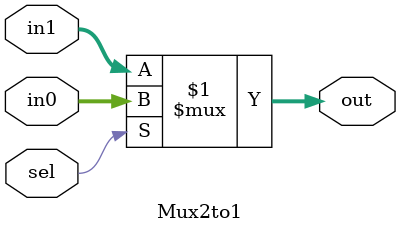
<source format=v>
module AbsSub(
    input signed [7:0] x,
    input signed [7:0] y,
    output signed [7:0] res
);
    wire comp_out;
    wire signed [7:0] diff_xy;
    wire signed [7:0] diff_yx;
    
    Comparator comp_inst(
        .x(x),
        .y(y),
        .comp_result(comp_out)
    );
    
    Subtractor sub_xy(
        .a(x),
        .b(y),
        .diff(diff_xy)
    );
    
    Subtractor sub_yx(
        .a(y),
        .b(x),
        .diff(diff_yx)
    );
    
    Mux2to1 mux_inst(
        .sel(comp_out),
        .in0(diff_yx),
        .in1(diff_xy),
        .out(res)
    );
endmodule

module Comparator(
    input signed [7:0] x,
    input signed [7:0] y,
    output reg comp_result
);
    always @(*) begin
        comp_result = (x > y);
    end
endmodule

module Subtractor(
    input signed [7:0] a,
    input signed [7:0] b,
    output signed [7:0] diff
);
    wire signed [7:0] b_inv;
    wire signed [7:0] sum;
    wire carry;
    
    assign b_inv = ~b;
    assign {carry, sum} = a + b_inv + 1'b1;
    assign diff = sum;
endmodule

module Mux2to1(
    input sel,
    input signed [7:0] in0,
    input signed [7:0] in1,
    output signed [7:0] out
);
    assign out = sel ? in0 : in1;
endmodule
</source>
